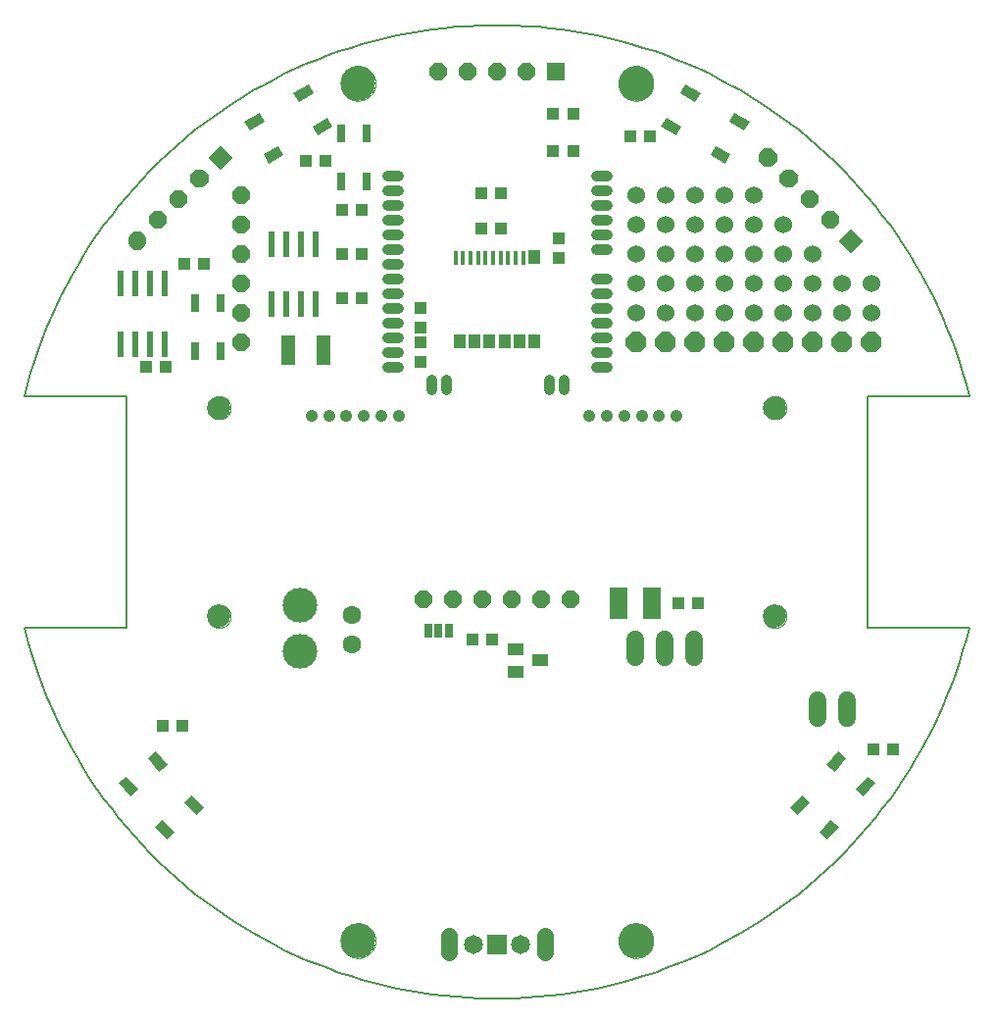
<source format=gts>
G75*
%MOIN*%
%OFA0B0*%
%FSLAX25Y25*%
%IPPOS*%
%LPD*%
%AMOC8*
5,1,8,0,0,1.08239X$1,22.5*
%
%ADD10C,0.00600*%
%ADD11C,0.00000*%
%ADD12C,0.07874*%
%ADD13C,0.11811*%
%ADD14R,0.04331X0.03937*%
%ADD15R,0.03937X0.04331*%
%ADD16C,0.06300*%
%ADD17R,0.02559X0.05906*%
%ADD18OC8,0.06000*%
%ADD19R,0.02362X0.08661*%
%ADD20R,0.05906X0.03543*%
%ADD21C,0.04134*%
%ADD22R,0.02500X0.05000*%
%ADD23R,0.06500X0.06500*%
%ADD24C,0.06500*%
%ADD25C,0.05500*%
%ADD26OC8,0.07000*%
%ADD27R,0.05000X0.10000*%
%ADD28C,0.06000*%
%ADD29R,0.06000X0.06000*%
%ADD30C,0.01200*%
%ADD31R,0.06000X0.06000*%
%ADD32R,0.04000X0.05000*%
%ADD33R,0.01575X0.04921*%
%ADD34R,0.06299X0.10630*%
%ADD35R,0.05512X0.03937*%
%ADD36C,0.03562*%
%ADD37C,0.06000*%
D10*
X0023150Y0144410D02*
X0057796Y0144410D01*
X0057796Y0223150D01*
X0023150Y0223150D01*
X0023150Y0223151D02*
X0024158Y0227061D01*
X0025260Y0230946D01*
X0026458Y0234802D01*
X0027749Y0238628D01*
X0029133Y0242421D01*
X0030609Y0246180D01*
X0032177Y0249901D01*
X0033835Y0253583D01*
X0035582Y0257223D01*
X0037418Y0260820D01*
X0039341Y0264370D01*
X0041350Y0267873D01*
X0043445Y0271326D01*
X0045622Y0274726D01*
X0047882Y0278072D01*
X0050224Y0281362D01*
X0052644Y0284594D01*
X0055143Y0287766D01*
X0057719Y0290876D01*
X0060370Y0293922D01*
X0063094Y0296902D01*
X0065891Y0299815D01*
X0068758Y0302659D01*
X0071693Y0305432D01*
X0074695Y0308132D01*
X0077762Y0310759D01*
X0080892Y0313309D01*
X0084084Y0315783D01*
X0087335Y0318178D01*
X0090644Y0320493D01*
X0094008Y0322726D01*
X0097426Y0324876D01*
X0100895Y0326943D01*
X0104414Y0328924D01*
X0107979Y0330818D01*
X0111591Y0332625D01*
X0115245Y0334344D01*
X0118940Y0335972D01*
X0122673Y0337510D01*
X0126444Y0338956D01*
X0130248Y0340310D01*
X0134084Y0341570D01*
X0137950Y0342737D01*
X0141843Y0343808D01*
X0145761Y0344784D01*
X0149702Y0345665D01*
X0153663Y0346448D01*
X0157643Y0347135D01*
X0161637Y0347725D01*
X0165645Y0348217D01*
X0169664Y0348610D01*
X0173691Y0348906D01*
X0177724Y0349103D01*
X0181761Y0349202D01*
X0185799Y0349202D01*
X0189836Y0349103D01*
X0193869Y0348906D01*
X0197896Y0348610D01*
X0201915Y0348217D01*
X0205923Y0347725D01*
X0209917Y0347135D01*
X0213897Y0346448D01*
X0217858Y0345665D01*
X0221799Y0344784D01*
X0225717Y0343808D01*
X0229610Y0342737D01*
X0233476Y0341570D01*
X0237312Y0340310D01*
X0241116Y0338956D01*
X0244887Y0337510D01*
X0248620Y0335972D01*
X0252315Y0334344D01*
X0255969Y0332625D01*
X0259581Y0330818D01*
X0263146Y0328924D01*
X0266665Y0326943D01*
X0270134Y0324876D01*
X0273552Y0322726D01*
X0276916Y0320493D01*
X0280225Y0318178D01*
X0283476Y0315783D01*
X0286668Y0313309D01*
X0289798Y0310759D01*
X0292865Y0308132D01*
X0295867Y0305432D01*
X0298802Y0302659D01*
X0301669Y0299815D01*
X0304466Y0296902D01*
X0307190Y0293922D01*
X0309841Y0290876D01*
X0312417Y0287766D01*
X0314916Y0284594D01*
X0317336Y0281362D01*
X0319678Y0278072D01*
X0321938Y0274726D01*
X0324115Y0271326D01*
X0326210Y0267873D01*
X0328219Y0264370D01*
X0330142Y0260820D01*
X0331978Y0257223D01*
X0333725Y0253583D01*
X0335383Y0249901D01*
X0336951Y0246180D01*
X0338427Y0242421D01*
X0339811Y0238628D01*
X0341102Y0234802D01*
X0342300Y0230946D01*
X0343402Y0227061D01*
X0344410Y0223151D01*
X0344410Y0223150D02*
X0309765Y0223150D01*
X0309765Y0144410D01*
X0344410Y0144410D01*
X0343402Y0140500D01*
X0342300Y0136615D01*
X0341102Y0132759D01*
X0339811Y0128933D01*
X0338427Y0125140D01*
X0336951Y0121381D01*
X0335383Y0117660D01*
X0333725Y0113978D01*
X0331978Y0110338D01*
X0330142Y0106741D01*
X0328219Y0103191D01*
X0326210Y0099688D01*
X0324115Y0096235D01*
X0321938Y0092835D01*
X0319678Y0089489D01*
X0317336Y0086199D01*
X0314916Y0082967D01*
X0312417Y0079795D01*
X0309841Y0076685D01*
X0307190Y0073639D01*
X0304466Y0070659D01*
X0301669Y0067746D01*
X0298802Y0064902D01*
X0295867Y0062129D01*
X0292865Y0059429D01*
X0289798Y0056802D01*
X0286668Y0054252D01*
X0283476Y0051778D01*
X0280225Y0049383D01*
X0276916Y0047068D01*
X0273552Y0044835D01*
X0270134Y0042685D01*
X0266665Y0040618D01*
X0263146Y0038637D01*
X0259581Y0036743D01*
X0255969Y0034936D01*
X0252315Y0033217D01*
X0248620Y0031589D01*
X0244887Y0030051D01*
X0241116Y0028605D01*
X0237312Y0027251D01*
X0233476Y0025991D01*
X0229610Y0024824D01*
X0225717Y0023753D01*
X0221799Y0022777D01*
X0217858Y0021896D01*
X0213897Y0021113D01*
X0209917Y0020426D01*
X0205923Y0019836D01*
X0201915Y0019344D01*
X0197896Y0018951D01*
X0193869Y0018655D01*
X0189836Y0018458D01*
X0185799Y0018359D01*
X0181761Y0018359D01*
X0177724Y0018458D01*
X0173691Y0018655D01*
X0169664Y0018951D01*
X0165645Y0019344D01*
X0161637Y0019836D01*
X0157643Y0020426D01*
X0153663Y0021113D01*
X0149702Y0021896D01*
X0145761Y0022777D01*
X0141843Y0023753D01*
X0137950Y0024824D01*
X0134084Y0025991D01*
X0130248Y0027251D01*
X0126444Y0028605D01*
X0122673Y0030051D01*
X0118940Y0031589D01*
X0115245Y0033217D01*
X0111591Y0034936D01*
X0107979Y0036743D01*
X0104414Y0038637D01*
X0100895Y0040618D01*
X0097426Y0042685D01*
X0094008Y0044835D01*
X0090644Y0047068D01*
X0087335Y0049383D01*
X0084084Y0051778D01*
X0080892Y0054252D01*
X0077762Y0056802D01*
X0074695Y0059429D01*
X0071693Y0062129D01*
X0068758Y0064902D01*
X0065891Y0067746D01*
X0063094Y0070659D01*
X0060370Y0073639D01*
X0057719Y0076685D01*
X0055143Y0079795D01*
X0052644Y0082967D01*
X0050224Y0086199D01*
X0047882Y0089489D01*
X0045622Y0092835D01*
X0043445Y0096235D01*
X0041350Y0099688D01*
X0039341Y0103191D01*
X0037418Y0106741D01*
X0035582Y0110338D01*
X0033835Y0113978D01*
X0032177Y0117660D01*
X0030609Y0121381D01*
X0029133Y0125140D01*
X0027749Y0128933D01*
X0026458Y0132759D01*
X0025260Y0136615D01*
X0024158Y0140500D01*
X0023150Y0144410D01*
D11*
X0085355Y0148347D02*
X0085357Y0148472D01*
X0085363Y0148597D01*
X0085373Y0148721D01*
X0085387Y0148845D01*
X0085404Y0148969D01*
X0085426Y0149092D01*
X0085452Y0149214D01*
X0085481Y0149336D01*
X0085514Y0149456D01*
X0085552Y0149575D01*
X0085592Y0149694D01*
X0085637Y0149810D01*
X0085685Y0149925D01*
X0085737Y0150039D01*
X0085793Y0150151D01*
X0085852Y0150261D01*
X0085914Y0150369D01*
X0085980Y0150476D01*
X0086049Y0150580D01*
X0086122Y0150681D01*
X0086197Y0150781D01*
X0086276Y0150878D01*
X0086358Y0150972D01*
X0086443Y0151064D01*
X0086530Y0151153D01*
X0086621Y0151239D01*
X0086714Y0151322D01*
X0086810Y0151403D01*
X0086908Y0151480D01*
X0087008Y0151554D01*
X0087111Y0151625D01*
X0087216Y0151692D01*
X0087324Y0151757D01*
X0087433Y0151817D01*
X0087544Y0151875D01*
X0087657Y0151928D01*
X0087771Y0151978D01*
X0087887Y0152025D01*
X0088004Y0152067D01*
X0088123Y0152106D01*
X0088243Y0152142D01*
X0088364Y0152173D01*
X0088486Y0152201D01*
X0088608Y0152224D01*
X0088732Y0152244D01*
X0088856Y0152260D01*
X0088980Y0152272D01*
X0089105Y0152280D01*
X0089230Y0152284D01*
X0089354Y0152284D01*
X0089479Y0152280D01*
X0089604Y0152272D01*
X0089728Y0152260D01*
X0089852Y0152244D01*
X0089976Y0152224D01*
X0090098Y0152201D01*
X0090220Y0152173D01*
X0090341Y0152142D01*
X0090461Y0152106D01*
X0090580Y0152067D01*
X0090697Y0152025D01*
X0090813Y0151978D01*
X0090927Y0151928D01*
X0091040Y0151875D01*
X0091151Y0151817D01*
X0091261Y0151757D01*
X0091368Y0151692D01*
X0091473Y0151625D01*
X0091576Y0151554D01*
X0091676Y0151480D01*
X0091774Y0151403D01*
X0091870Y0151322D01*
X0091963Y0151239D01*
X0092054Y0151153D01*
X0092141Y0151064D01*
X0092226Y0150972D01*
X0092308Y0150878D01*
X0092387Y0150781D01*
X0092462Y0150681D01*
X0092535Y0150580D01*
X0092604Y0150476D01*
X0092670Y0150369D01*
X0092732Y0150261D01*
X0092791Y0150151D01*
X0092847Y0150039D01*
X0092899Y0149925D01*
X0092947Y0149810D01*
X0092992Y0149694D01*
X0093032Y0149575D01*
X0093070Y0149456D01*
X0093103Y0149336D01*
X0093132Y0149214D01*
X0093158Y0149092D01*
X0093180Y0148969D01*
X0093197Y0148845D01*
X0093211Y0148721D01*
X0093221Y0148597D01*
X0093227Y0148472D01*
X0093229Y0148347D01*
X0093227Y0148222D01*
X0093221Y0148097D01*
X0093211Y0147973D01*
X0093197Y0147849D01*
X0093180Y0147725D01*
X0093158Y0147602D01*
X0093132Y0147480D01*
X0093103Y0147358D01*
X0093070Y0147238D01*
X0093032Y0147119D01*
X0092992Y0147000D01*
X0092947Y0146884D01*
X0092899Y0146769D01*
X0092847Y0146655D01*
X0092791Y0146543D01*
X0092732Y0146433D01*
X0092670Y0146325D01*
X0092604Y0146218D01*
X0092535Y0146114D01*
X0092462Y0146013D01*
X0092387Y0145913D01*
X0092308Y0145816D01*
X0092226Y0145722D01*
X0092141Y0145630D01*
X0092054Y0145541D01*
X0091963Y0145455D01*
X0091870Y0145372D01*
X0091774Y0145291D01*
X0091676Y0145214D01*
X0091576Y0145140D01*
X0091473Y0145069D01*
X0091368Y0145002D01*
X0091260Y0144937D01*
X0091151Y0144877D01*
X0091040Y0144819D01*
X0090927Y0144766D01*
X0090813Y0144716D01*
X0090697Y0144669D01*
X0090580Y0144627D01*
X0090461Y0144588D01*
X0090341Y0144552D01*
X0090220Y0144521D01*
X0090098Y0144493D01*
X0089976Y0144470D01*
X0089852Y0144450D01*
X0089728Y0144434D01*
X0089604Y0144422D01*
X0089479Y0144414D01*
X0089354Y0144410D01*
X0089230Y0144410D01*
X0089105Y0144414D01*
X0088980Y0144422D01*
X0088856Y0144434D01*
X0088732Y0144450D01*
X0088608Y0144470D01*
X0088486Y0144493D01*
X0088364Y0144521D01*
X0088243Y0144552D01*
X0088123Y0144588D01*
X0088004Y0144627D01*
X0087887Y0144669D01*
X0087771Y0144716D01*
X0087657Y0144766D01*
X0087544Y0144819D01*
X0087433Y0144877D01*
X0087323Y0144937D01*
X0087216Y0145002D01*
X0087111Y0145069D01*
X0087008Y0145140D01*
X0086908Y0145214D01*
X0086810Y0145291D01*
X0086714Y0145372D01*
X0086621Y0145455D01*
X0086530Y0145541D01*
X0086443Y0145630D01*
X0086358Y0145722D01*
X0086276Y0145816D01*
X0086197Y0145913D01*
X0086122Y0146013D01*
X0086049Y0146114D01*
X0085980Y0146218D01*
X0085914Y0146325D01*
X0085852Y0146433D01*
X0085793Y0146543D01*
X0085737Y0146655D01*
X0085685Y0146769D01*
X0085637Y0146884D01*
X0085592Y0147000D01*
X0085552Y0147119D01*
X0085514Y0147238D01*
X0085481Y0147358D01*
X0085452Y0147480D01*
X0085426Y0147602D01*
X0085404Y0147725D01*
X0085387Y0147849D01*
X0085373Y0147973D01*
X0085363Y0148097D01*
X0085357Y0148222D01*
X0085355Y0148347D01*
X0085355Y0219213D02*
X0085357Y0219338D01*
X0085363Y0219463D01*
X0085373Y0219587D01*
X0085387Y0219711D01*
X0085404Y0219835D01*
X0085426Y0219958D01*
X0085452Y0220080D01*
X0085481Y0220202D01*
X0085514Y0220322D01*
X0085552Y0220441D01*
X0085592Y0220560D01*
X0085637Y0220676D01*
X0085685Y0220791D01*
X0085737Y0220905D01*
X0085793Y0221017D01*
X0085852Y0221127D01*
X0085914Y0221235D01*
X0085980Y0221342D01*
X0086049Y0221446D01*
X0086122Y0221547D01*
X0086197Y0221647D01*
X0086276Y0221744D01*
X0086358Y0221838D01*
X0086443Y0221930D01*
X0086530Y0222019D01*
X0086621Y0222105D01*
X0086714Y0222188D01*
X0086810Y0222269D01*
X0086908Y0222346D01*
X0087008Y0222420D01*
X0087111Y0222491D01*
X0087216Y0222558D01*
X0087324Y0222623D01*
X0087433Y0222683D01*
X0087544Y0222741D01*
X0087657Y0222794D01*
X0087771Y0222844D01*
X0087887Y0222891D01*
X0088004Y0222933D01*
X0088123Y0222972D01*
X0088243Y0223008D01*
X0088364Y0223039D01*
X0088486Y0223067D01*
X0088608Y0223090D01*
X0088732Y0223110D01*
X0088856Y0223126D01*
X0088980Y0223138D01*
X0089105Y0223146D01*
X0089230Y0223150D01*
X0089354Y0223150D01*
X0089479Y0223146D01*
X0089604Y0223138D01*
X0089728Y0223126D01*
X0089852Y0223110D01*
X0089976Y0223090D01*
X0090098Y0223067D01*
X0090220Y0223039D01*
X0090341Y0223008D01*
X0090461Y0222972D01*
X0090580Y0222933D01*
X0090697Y0222891D01*
X0090813Y0222844D01*
X0090927Y0222794D01*
X0091040Y0222741D01*
X0091151Y0222683D01*
X0091261Y0222623D01*
X0091368Y0222558D01*
X0091473Y0222491D01*
X0091576Y0222420D01*
X0091676Y0222346D01*
X0091774Y0222269D01*
X0091870Y0222188D01*
X0091963Y0222105D01*
X0092054Y0222019D01*
X0092141Y0221930D01*
X0092226Y0221838D01*
X0092308Y0221744D01*
X0092387Y0221647D01*
X0092462Y0221547D01*
X0092535Y0221446D01*
X0092604Y0221342D01*
X0092670Y0221235D01*
X0092732Y0221127D01*
X0092791Y0221017D01*
X0092847Y0220905D01*
X0092899Y0220791D01*
X0092947Y0220676D01*
X0092992Y0220560D01*
X0093032Y0220441D01*
X0093070Y0220322D01*
X0093103Y0220202D01*
X0093132Y0220080D01*
X0093158Y0219958D01*
X0093180Y0219835D01*
X0093197Y0219711D01*
X0093211Y0219587D01*
X0093221Y0219463D01*
X0093227Y0219338D01*
X0093229Y0219213D01*
X0093227Y0219088D01*
X0093221Y0218963D01*
X0093211Y0218839D01*
X0093197Y0218715D01*
X0093180Y0218591D01*
X0093158Y0218468D01*
X0093132Y0218346D01*
X0093103Y0218224D01*
X0093070Y0218104D01*
X0093032Y0217985D01*
X0092992Y0217866D01*
X0092947Y0217750D01*
X0092899Y0217635D01*
X0092847Y0217521D01*
X0092791Y0217409D01*
X0092732Y0217299D01*
X0092670Y0217191D01*
X0092604Y0217084D01*
X0092535Y0216980D01*
X0092462Y0216879D01*
X0092387Y0216779D01*
X0092308Y0216682D01*
X0092226Y0216588D01*
X0092141Y0216496D01*
X0092054Y0216407D01*
X0091963Y0216321D01*
X0091870Y0216238D01*
X0091774Y0216157D01*
X0091676Y0216080D01*
X0091576Y0216006D01*
X0091473Y0215935D01*
X0091368Y0215868D01*
X0091260Y0215803D01*
X0091151Y0215743D01*
X0091040Y0215685D01*
X0090927Y0215632D01*
X0090813Y0215582D01*
X0090697Y0215535D01*
X0090580Y0215493D01*
X0090461Y0215454D01*
X0090341Y0215418D01*
X0090220Y0215387D01*
X0090098Y0215359D01*
X0089976Y0215336D01*
X0089852Y0215316D01*
X0089728Y0215300D01*
X0089604Y0215288D01*
X0089479Y0215280D01*
X0089354Y0215276D01*
X0089230Y0215276D01*
X0089105Y0215280D01*
X0088980Y0215288D01*
X0088856Y0215300D01*
X0088732Y0215316D01*
X0088608Y0215336D01*
X0088486Y0215359D01*
X0088364Y0215387D01*
X0088243Y0215418D01*
X0088123Y0215454D01*
X0088004Y0215493D01*
X0087887Y0215535D01*
X0087771Y0215582D01*
X0087657Y0215632D01*
X0087544Y0215685D01*
X0087433Y0215743D01*
X0087323Y0215803D01*
X0087216Y0215868D01*
X0087111Y0215935D01*
X0087008Y0216006D01*
X0086908Y0216080D01*
X0086810Y0216157D01*
X0086714Y0216238D01*
X0086621Y0216321D01*
X0086530Y0216407D01*
X0086443Y0216496D01*
X0086358Y0216588D01*
X0086276Y0216682D01*
X0086197Y0216779D01*
X0086122Y0216879D01*
X0086049Y0216980D01*
X0085980Y0217084D01*
X0085914Y0217191D01*
X0085852Y0217299D01*
X0085793Y0217409D01*
X0085737Y0217521D01*
X0085685Y0217635D01*
X0085637Y0217750D01*
X0085592Y0217866D01*
X0085552Y0217985D01*
X0085514Y0218104D01*
X0085481Y0218224D01*
X0085452Y0218346D01*
X0085426Y0218468D01*
X0085404Y0218591D01*
X0085387Y0218715D01*
X0085373Y0218839D01*
X0085363Y0218963D01*
X0085357Y0219088D01*
X0085355Y0219213D01*
X0130630Y0329450D02*
X0130632Y0329603D01*
X0130638Y0329757D01*
X0130648Y0329910D01*
X0130662Y0330062D01*
X0130680Y0330215D01*
X0130702Y0330366D01*
X0130727Y0330517D01*
X0130757Y0330668D01*
X0130791Y0330818D01*
X0130828Y0330966D01*
X0130869Y0331114D01*
X0130914Y0331260D01*
X0130963Y0331406D01*
X0131016Y0331550D01*
X0131072Y0331692D01*
X0131132Y0331833D01*
X0131196Y0331973D01*
X0131263Y0332111D01*
X0131334Y0332247D01*
X0131409Y0332381D01*
X0131486Y0332513D01*
X0131568Y0332643D01*
X0131652Y0332771D01*
X0131740Y0332897D01*
X0131831Y0333020D01*
X0131925Y0333141D01*
X0132023Y0333259D01*
X0132123Y0333375D01*
X0132227Y0333488D01*
X0132333Y0333599D01*
X0132442Y0333707D01*
X0132554Y0333812D01*
X0132668Y0333913D01*
X0132786Y0334012D01*
X0132905Y0334108D01*
X0133027Y0334201D01*
X0133152Y0334290D01*
X0133279Y0334377D01*
X0133408Y0334459D01*
X0133539Y0334539D01*
X0133672Y0334615D01*
X0133807Y0334688D01*
X0133944Y0334757D01*
X0134083Y0334822D01*
X0134223Y0334884D01*
X0134365Y0334942D01*
X0134508Y0334997D01*
X0134653Y0335048D01*
X0134799Y0335095D01*
X0134946Y0335138D01*
X0135094Y0335177D01*
X0135243Y0335213D01*
X0135393Y0335244D01*
X0135544Y0335272D01*
X0135695Y0335296D01*
X0135848Y0335316D01*
X0136000Y0335332D01*
X0136153Y0335344D01*
X0136306Y0335352D01*
X0136459Y0335356D01*
X0136613Y0335356D01*
X0136766Y0335352D01*
X0136919Y0335344D01*
X0137072Y0335332D01*
X0137224Y0335316D01*
X0137377Y0335296D01*
X0137528Y0335272D01*
X0137679Y0335244D01*
X0137829Y0335213D01*
X0137978Y0335177D01*
X0138126Y0335138D01*
X0138273Y0335095D01*
X0138419Y0335048D01*
X0138564Y0334997D01*
X0138707Y0334942D01*
X0138849Y0334884D01*
X0138989Y0334822D01*
X0139128Y0334757D01*
X0139265Y0334688D01*
X0139400Y0334615D01*
X0139533Y0334539D01*
X0139664Y0334459D01*
X0139793Y0334377D01*
X0139920Y0334290D01*
X0140045Y0334201D01*
X0140167Y0334108D01*
X0140286Y0334012D01*
X0140404Y0333913D01*
X0140518Y0333812D01*
X0140630Y0333707D01*
X0140739Y0333599D01*
X0140845Y0333488D01*
X0140949Y0333375D01*
X0141049Y0333259D01*
X0141147Y0333141D01*
X0141241Y0333020D01*
X0141332Y0332897D01*
X0141420Y0332771D01*
X0141504Y0332643D01*
X0141586Y0332513D01*
X0141663Y0332381D01*
X0141738Y0332247D01*
X0141809Y0332111D01*
X0141876Y0331973D01*
X0141940Y0331833D01*
X0142000Y0331692D01*
X0142056Y0331550D01*
X0142109Y0331406D01*
X0142158Y0331260D01*
X0142203Y0331114D01*
X0142244Y0330966D01*
X0142281Y0330818D01*
X0142315Y0330668D01*
X0142345Y0330517D01*
X0142370Y0330366D01*
X0142392Y0330215D01*
X0142410Y0330062D01*
X0142424Y0329910D01*
X0142434Y0329757D01*
X0142440Y0329603D01*
X0142442Y0329450D01*
X0142440Y0329297D01*
X0142434Y0329143D01*
X0142424Y0328990D01*
X0142410Y0328838D01*
X0142392Y0328685D01*
X0142370Y0328534D01*
X0142345Y0328383D01*
X0142315Y0328232D01*
X0142281Y0328082D01*
X0142244Y0327934D01*
X0142203Y0327786D01*
X0142158Y0327640D01*
X0142109Y0327494D01*
X0142056Y0327350D01*
X0142000Y0327208D01*
X0141940Y0327067D01*
X0141876Y0326927D01*
X0141809Y0326789D01*
X0141738Y0326653D01*
X0141663Y0326519D01*
X0141586Y0326387D01*
X0141504Y0326257D01*
X0141420Y0326129D01*
X0141332Y0326003D01*
X0141241Y0325880D01*
X0141147Y0325759D01*
X0141049Y0325641D01*
X0140949Y0325525D01*
X0140845Y0325412D01*
X0140739Y0325301D01*
X0140630Y0325193D01*
X0140518Y0325088D01*
X0140404Y0324987D01*
X0140286Y0324888D01*
X0140167Y0324792D01*
X0140045Y0324699D01*
X0139920Y0324610D01*
X0139793Y0324523D01*
X0139664Y0324441D01*
X0139533Y0324361D01*
X0139400Y0324285D01*
X0139265Y0324212D01*
X0139128Y0324143D01*
X0138989Y0324078D01*
X0138849Y0324016D01*
X0138707Y0323958D01*
X0138564Y0323903D01*
X0138419Y0323852D01*
X0138273Y0323805D01*
X0138126Y0323762D01*
X0137978Y0323723D01*
X0137829Y0323687D01*
X0137679Y0323656D01*
X0137528Y0323628D01*
X0137377Y0323604D01*
X0137224Y0323584D01*
X0137072Y0323568D01*
X0136919Y0323556D01*
X0136766Y0323548D01*
X0136613Y0323544D01*
X0136459Y0323544D01*
X0136306Y0323548D01*
X0136153Y0323556D01*
X0136000Y0323568D01*
X0135848Y0323584D01*
X0135695Y0323604D01*
X0135544Y0323628D01*
X0135393Y0323656D01*
X0135243Y0323687D01*
X0135094Y0323723D01*
X0134946Y0323762D01*
X0134799Y0323805D01*
X0134653Y0323852D01*
X0134508Y0323903D01*
X0134365Y0323958D01*
X0134223Y0324016D01*
X0134083Y0324078D01*
X0133944Y0324143D01*
X0133807Y0324212D01*
X0133672Y0324285D01*
X0133539Y0324361D01*
X0133408Y0324441D01*
X0133279Y0324523D01*
X0133152Y0324610D01*
X0133027Y0324699D01*
X0132905Y0324792D01*
X0132786Y0324888D01*
X0132668Y0324987D01*
X0132554Y0325088D01*
X0132442Y0325193D01*
X0132333Y0325301D01*
X0132227Y0325412D01*
X0132123Y0325525D01*
X0132023Y0325641D01*
X0131925Y0325759D01*
X0131831Y0325880D01*
X0131740Y0326003D01*
X0131652Y0326129D01*
X0131568Y0326257D01*
X0131486Y0326387D01*
X0131409Y0326519D01*
X0131334Y0326653D01*
X0131263Y0326789D01*
X0131196Y0326927D01*
X0131132Y0327067D01*
X0131072Y0327208D01*
X0131016Y0327350D01*
X0130963Y0327494D01*
X0130914Y0327640D01*
X0130869Y0327786D01*
X0130828Y0327934D01*
X0130791Y0328082D01*
X0130757Y0328232D01*
X0130727Y0328383D01*
X0130702Y0328534D01*
X0130680Y0328685D01*
X0130662Y0328838D01*
X0130648Y0328990D01*
X0130638Y0329143D01*
X0130632Y0329297D01*
X0130630Y0329450D01*
X0225118Y0329450D02*
X0225120Y0329603D01*
X0225126Y0329757D01*
X0225136Y0329910D01*
X0225150Y0330062D01*
X0225168Y0330215D01*
X0225190Y0330366D01*
X0225215Y0330517D01*
X0225245Y0330668D01*
X0225279Y0330818D01*
X0225316Y0330966D01*
X0225357Y0331114D01*
X0225402Y0331260D01*
X0225451Y0331406D01*
X0225504Y0331550D01*
X0225560Y0331692D01*
X0225620Y0331833D01*
X0225684Y0331973D01*
X0225751Y0332111D01*
X0225822Y0332247D01*
X0225897Y0332381D01*
X0225974Y0332513D01*
X0226056Y0332643D01*
X0226140Y0332771D01*
X0226228Y0332897D01*
X0226319Y0333020D01*
X0226413Y0333141D01*
X0226511Y0333259D01*
X0226611Y0333375D01*
X0226715Y0333488D01*
X0226821Y0333599D01*
X0226930Y0333707D01*
X0227042Y0333812D01*
X0227156Y0333913D01*
X0227274Y0334012D01*
X0227393Y0334108D01*
X0227515Y0334201D01*
X0227640Y0334290D01*
X0227767Y0334377D01*
X0227896Y0334459D01*
X0228027Y0334539D01*
X0228160Y0334615D01*
X0228295Y0334688D01*
X0228432Y0334757D01*
X0228571Y0334822D01*
X0228711Y0334884D01*
X0228853Y0334942D01*
X0228996Y0334997D01*
X0229141Y0335048D01*
X0229287Y0335095D01*
X0229434Y0335138D01*
X0229582Y0335177D01*
X0229731Y0335213D01*
X0229881Y0335244D01*
X0230032Y0335272D01*
X0230183Y0335296D01*
X0230336Y0335316D01*
X0230488Y0335332D01*
X0230641Y0335344D01*
X0230794Y0335352D01*
X0230947Y0335356D01*
X0231101Y0335356D01*
X0231254Y0335352D01*
X0231407Y0335344D01*
X0231560Y0335332D01*
X0231712Y0335316D01*
X0231865Y0335296D01*
X0232016Y0335272D01*
X0232167Y0335244D01*
X0232317Y0335213D01*
X0232466Y0335177D01*
X0232614Y0335138D01*
X0232761Y0335095D01*
X0232907Y0335048D01*
X0233052Y0334997D01*
X0233195Y0334942D01*
X0233337Y0334884D01*
X0233477Y0334822D01*
X0233616Y0334757D01*
X0233753Y0334688D01*
X0233888Y0334615D01*
X0234021Y0334539D01*
X0234152Y0334459D01*
X0234281Y0334377D01*
X0234408Y0334290D01*
X0234533Y0334201D01*
X0234655Y0334108D01*
X0234774Y0334012D01*
X0234892Y0333913D01*
X0235006Y0333812D01*
X0235118Y0333707D01*
X0235227Y0333599D01*
X0235333Y0333488D01*
X0235437Y0333375D01*
X0235537Y0333259D01*
X0235635Y0333141D01*
X0235729Y0333020D01*
X0235820Y0332897D01*
X0235908Y0332771D01*
X0235992Y0332643D01*
X0236074Y0332513D01*
X0236151Y0332381D01*
X0236226Y0332247D01*
X0236297Y0332111D01*
X0236364Y0331973D01*
X0236428Y0331833D01*
X0236488Y0331692D01*
X0236544Y0331550D01*
X0236597Y0331406D01*
X0236646Y0331260D01*
X0236691Y0331114D01*
X0236732Y0330966D01*
X0236769Y0330818D01*
X0236803Y0330668D01*
X0236833Y0330517D01*
X0236858Y0330366D01*
X0236880Y0330215D01*
X0236898Y0330062D01*
X0236912Y0329910D01*
X0236922Y0329757D01*
X0236928Y0329603D01*
X0236930Y0329450D01*
X0236928Y0329297D01*
X0236922Y0329143D01*
X0236912Y0328990D01*
X0236898Y0328838D01*
X0236880Y0328685D01*
X0236858Y0328534D01*
X0236833Y0328383D01*
X0236803Y0328232D01*
X0236769Y0328082D01*
X0236732Y0327934D01*
X0236691Y0327786D01*
X0236646Y0327640D01*
X0236597Y0327494D01*
X0236544Y0327350D01*
X0236488Y0327208D01*
X0236428Y0327067D01*
X0236364Y0326927D01*
X0236297Y0326789D01*
X0236226Y0326653D01*
X0236151Y0326519D01*
X0236074Y0326387D01*
X0235992Y0326257D01*
X0235908Y0326129D01*
X0235820Y0326003D01*
X0235729Y0325880D01*
X0235635Y0325759D01*
X0235537Y0325641D01*
X0235437Y0325525D01*
X0235333Y0325412D01*
X0235227Y0325301D01*
X0235118Y0325193D01*
X0235006Y0325088D01*
X0234892Y0324987D01*
X0234774Y0324888D01*
X0234655Y0324792D01*
X0234533Y0324699D01*
X0234408Y0324610D01*
X0234281Y0324523D01*
X0234152Y0324441D01*
X0234021Y0324361D01*
X0233888Y0324285D01*
X0233753Y0324212D01*
X0233616Y0324143D01*
X0233477Y0324078D01*
X0233337Y0324016D01*
X0233195Y0323958D01*
X0233052Y0323903D01*
X0232907Y0323852D01*
X0232761Y0323805D01*
X0232614Y0323762D01*
X0232466Y0323723D01*
X0232317Y0323687D01*
X0232167Y0323656D01*
X0232016Y0323628D01*
X0231865Y0323604D01*
X0231712Y0323584D01*
X0231560Y0323568D01*
X0231407Y0323556D01*
X0231254Y0323548D01*
X0231101Y0323544D01*
X0230947Y0323544D01*
X0230794Y0323548D01*
X0230641Y0323556D01*
X0230488Y0323568D01*
X0230336Y0323584D01*
X0230183Y0323604D01*
X0230032Y0323628D01*
X0229881Y0323656D01*
X0229731Y0323687D01*
X0229582Y0323723D01*
X0229434Y0323762D01*
X0229287Y0323805D01*
X0229141Y0323852D01*
X0228996Y0323903D01*
X0228853Y0323958D01*
X0228711Y0324016D01*
X0228571Y0324078D01*
X0228432Y0324143D01*
X0228295Y0324212D01*
X0228160Y0324285D01*
X0228027Y0324361D01*
X0227896Y0324441D01*
X0227767Y0324523D01*
X0227640Y0324610D01*
X0227515Y0324699D01*
X0227393Y0324792D01*
X0227274Y0324888D01*
X0227156Y0324987D01*
X0227042Y0325088D01*
X0226930Y0325193D01*
X0226821Y0325301D01*
X0226715Y0325412D01*
X0226611Y0325525D01*
X0226511Y0325641D01*
X0226413Y0325759D01*
X0226319Y0325880D01*
X0226228Y0326003D01*
X0226140Y0326129D01*
X0226056Y0326257D01*
X0225974Y0326387D01*
X0225897Y0326519D01*
X0225822Y0326653D01*
X0225751Y0326789D01*
X0225684Y0326927D01*
X0225620Y0327067D01*
X0225560Y0327208D01*
X0225504Y0327350D01*
X0225451Y0327494D01*
X0225402Y0327640D01*
X0225357Y0327786D01*
X0225316Y0327934D01*
X0225279Y0328082D01*
X0225245Y0328232D01*
X0225215Y0328383D01*
X0225190Y0328534D01*
X0225168Y0328685D01*
X0225150Y0328838D01*
X0225136Y0328990D01*
X0225126Y0329143D01*
X0225120Y0329297D01*
X0225118Y0329450D01*
X0274332Y0219213D02*
X0274334Y0219338D01*
X0274340Y0219463D01*
X0274350Y0219587D01*
X0274364Y0219711D01*
X0274381Y0219835D01*
X0274403Y0219958D01*
X0274429Y0220080D01*
X0274458Y0220202D01*
X0274491Y0220322D01*
X0274529Y0220441D01*
X0274569Y0220560D01*
X0274614Y0220676D01*
X0274662Y0220791D01*
X0274714Y0220905D01*
X0274770Y0221017D01*
X0274829Y0221127D01*
X0274891Y0221235D01*
X0274957Y0221342D01*
X0275026Y0221446D01*
X0275099Y0221547D01*
X0275174Y0221647D01*
X0275253Y0221744D01*
X0275335Y0221838D01*
X0275420Y0221930D01*
X0275507Y0222019D01*
X0275598Y0222105D01*
X0275691Y0222188D01*
X0275787Y0222269D01*
X0275885Y0222346D01*
X0275985Y0222420D01*
X0276088Y0222491D01*
X0276193Y0222558D01*
X0276301Y0222623D01*
X0276410Y0222683D01*
X0276521Y0222741D01*
X0276634Y0222794D01*
X0276748Y0222844D01*
X0276864Y0222891D01*
X0276981Y0222933D01*
X0277100Y0222972D01*
X0277220Y0223008D01*
X0277341Y0223039D01*
X0277463Y0223067D01*
X0277585Y0223090D01*
X0277709Y0223110D01*
X0277833Y0223126D01*
X0277957Y0223138D01*
X0278082Y0223146D01*
X0278207Y0223150D01*
X0278331Y0223150D01*
X0278456Y0223146D01*
X0278581Y0223138D01*
X0278705Y0223126D01*
X0278829Y0223110D01*
X0278953Y0223090D01*
X0279075Y0223067D01*
X0279197Y0223039D01*
X0279318Y0223008D01*
X0279438Y0222972D01*
X0279557Y0222933D01*
X0279674Y0222891D01*
X0279790Y0222844D01*
X0279904Y0222794D01*
X0280017Y0222741D01*
X0280128Y0222683D01*
X0280238Y0222623D01*
X0280345Y0222558D01*
X0280450Y0222491D01*
X0280553Y0222420D01*
X0280653Y0222346D01*
X0280751Y0222269D01*
X0280847Y0222188D01*
X0280940Y0222105D01*
X0281031Y0222019D01*
X0281118Y0221930D01*
X0281203Y0221838D01*
X0281285Y0221744D01*
X0281364Y0221647D01*
X0281439Y0221547D01*
X0281512Y0221446D01*
X0281581Y0221342D01*
X0281647Y0221235D01*
X0281709Y0221127D01*
X0281768Y0221017D01*
X0281824Y0220905D01*
X0281876Y0220791D01*
X0281924Y0220676D01*
X0281969Y0220560D01*
X0282009Y0220441D01*
X0282047Y0220322D01*
X0282080Y0220202D01*
X0282109Y0220080D01*
X0282135Y0219958D01*
X0282157Y0219835D01*
X0282174Y0219711D01*
X0282188Y0219587D01*
X0282198Y0219463D01*
X0282204Y0219338D01*
X0282206Y0219213D01*
X0282204Y0219088D01*
X0282198Y0218963D01*
X0282188Y0218839D01*
X0282174Y0218715D01*
X0282157Y0218591D01*
X0282135Y0218468D01*
X0282109Y0218346D01*
X0282080Y0218224D01*
X0282047Y0218104D01*
X0282009Y0217985D01*
X0281969Y0217866D01*
X0281924Y0217750D01*
X0281876Y0217635D01*
X0281824Y0217521D01*
X0281768Y0217409D01*
X0281709Y0217299D01*
X0281647Y0217191D01*
X0281581Y0217084D01*
X0281512Y0216980D01*
X0281439Y0216879D01*
X0281364Y0216779D01*
X0281285Y0216682D01*
X0281203Y0216588D01*
X0281118Y0216496D01*
X0281031Y0216407D01*
X0280940Y0216321D01*
X0280847Y0216238D01*
X0280751Y0216157D01*
X0280653Y0216080D01*
X0280553Y0216006D01*
X0280450Y0215935D01*
X0280345Y0215868D01*
X0280237Y0215803D01*
X0280128Y0215743D01*
X0280017Y0215685D01*
X0279904Y0215632D01*
X0279790Y0215582D01*
X0279674Y0215535D01*
X0279557Y0215493D01*
X0279438Y0215454D01*
X0279318Y0215418D01*
X0279197Y0215387D01*
X0279075Y0215359D01*
X0278953Y0215336D01*
X0278829Y0215316D01*
X0278705Y0215300D01*
X0278581Y0215288D01*
X0278456Y0215280D01*
X0278331Y0215276D01*
X0278207Y0215276D01*
X0278082Y0215280D01*
X0277957Y0215288D01*
X0277833Y0215300D01*
X0277709Y0215316D01*
X0277585Y0215336D01*
X0277463Y0215359D01*
X0277341Y0215387D01*
X0277220Y0215418D01*
X0277100Y0215454D01*
X0276981Y0215493D01*
X0276864Y0215535D01*
X0276748Y0215582D01*
X0276634Y0215632D01*
X0276521Y0215685D01*
X0276410Y0215743D01*
X0276300Y0215803D01*
X0276193Y0215868D01*
X0276088Y0215935D01*
X0275985Y0216006D01*
X0275885Y0216080D01*
X0275787Y0216157D01*
X0275691Y0216238D01*
X0275598Y0216321D01*
X0275507Y0216407D01*
X0275420Y0216496D01*
X0275335Y0216588D01*
X0275253Y0216682D01*
X0275174Y0216779D01*
X0275099Y0216879D01*
X0275026Y0216980D01*
X0274957Y0217084D01*
X0274891Y0217191D01*
X0274829Y0217299D01*
X0274770Y0217409D01*
X0274714Y0217521D01*
X0274662Y0217635D01*
X0274614Y0217750D01*
X0274569Y0217866D01*
X0274529Y0217985D01*
X0274491Y0218104D01*
X0274458Y0218224D01*
X0274429Y0218346D01*
X0274403Y0218468D01*
X0274381Y0218591D01*
X0274364Y0218715D01*
X0274350Y0218839D01*
X0274340Y0218963D01*
X0274334Y0219088D01*
X0274332Y0219213D01*
X0274332Y0148347D02*
X0274334Y0148472D01*
X0274340Y0148597D01*
X0274350Y0148721D01*
X0274364Y0148845D01*
X0274381Y0148969D01*
X0274403Y0149092D01*
X0274429Y0149214D01*
X0274458Y0149336D01*
X0274491Y0149456D01*
X0274529Y0149575D01*
X0274569Y0149694D01*
X0274614Y0149810D01*
X0274662Y0149925D01*
X0274714Y0150039D01*
X0274770Y0150151D01*
X0274829Y0150261D01*
X0274891Y0150369D01*
X0274957Y0150476D01*
X0275026Y0150580D01*
X0275099Y0150681D01*
X0275174Y0150781D01*
X0275253Y0150878D01*
X0275335Y0150972D01*
X0275420Y0151064D01*
X0275507Y0151153D01*
X0275598Y0151239D01*
X0275691Y0151322D01*
X0275787Y0151403D01*
X0275885Y0151480D01*
X0275985Y0151554D01*
X0276088Y0151625D01*
X0276193Y0151692D01*
X0276301Y0151757D01*
X0276410Y0151817D01*
X0276521Y0151875D01*
X0276634Y0151928D01*
X0276748Y0151978D01*
X0276864Y0152025D01*
X0276981Y0152067D01*
X0277100Y0152106D01*
X0277220Y0152142D01*
X0277341Y0152173D01*
X0277463Y0152201D01*
X0277585Y0152224D01*
X0277709Y0152244D01*
X0277833Y0152260D01*
X0277957Y0152272D01*
X0278082Y0152280D01*
X0278207Y0152284D01*
X0278331Y0152284D01*
X0278456Y0152280D01*
X0278581Y0152272D01*
X0278705Y0152260D01*
X0278829Y0152244D01*
X0278953Y0152224D01*
X0279075Y0152201D01*
X0279197Y0152173D01*
X0279318Y0152142D01*
X0279438Y0152106D01*
X0279557Y0152067D01*
X0279674Y0152025D01*
X0279790Y0151978D01*
X0279904Y0151928D01*
X0280017Y0151875D01*
X0280128Y0151817D01*
X0280238Y0151757D01*
X0280345Y0151692D01*
X0280450Y0151625D01*
X0280553Y0151554D01*
X0280653Y0151480D01*
X0280751Y0151403D01*
X0280847Y0151322D01*
X0280940Y0151239D01*
X0281031Y0151153D01*
X0281118Y0151064D01*
X0281203Y0150972D01*
X0281285Y0150878D01*
X0281364Y0150781D01*
X0281439Y0150681D01*
X0281512Y0150580D01*
X0281581Y0150476D01*
X0281647Y0150369D01*
X0281709Y0150261D01*
X0281768Y0150151D01*
X0281824Y0150039D01*
X0281876Y0149925D01*
X0281924Y0149810D01*
X0281969Y0149694D01*
X0282009Y0149575D01*
X0282047Y0149456D01*
X0282080Y0149336D01*
X0282109Y0149214D01*
X0282135Y0149092D01*
X0282157Y0148969D01*
X0282174Y0148845D01*
X0282188Y0148721D01*
X0282198Y0148597D01*
X0282204Y0148472D01*
X0282206Y0148347D01*
X0282204Y0148222D01*
X0282198Y0148097D01*
X0282188Y0147973D01*
X0282174Y0147849D01*
X0282157Y0147725D01*
X0282135Y0147602D01*
X0282109Y0147480D01*
X0282080Y0147358D01*
X0282047Y0147238D01*
X0282009Y0147119D01*
X0281969Y0147000D01*
X0281924Y0146884D01*
X0281876Y0146769D01*
X0281824Y0146655D01*
X0281768Y0146543D01*
X0281709Y0146433D01*
X0281647Y0146325D01*
X0281581Y0146218D01*
X0281512Y0146114D01*
X0281439Y0146013D01*
X0281364Y0145913D01*
X0281285Y0145816D01*
X0281203Y0145722D01*
X0281118Y0145630D01*
X0281031Y0145541D01*
X0280940Y0145455D01*
X0280847Y0145372D01*
X0280751Y0145291D01*
X0280653Y0145214D01*
X0280553Y0145140D01*
X0280450Y0145069D01*
X0280345Y0145002D01*
X0280237Y0144937D01*
X0280128Y0144877D01*
X0280017Y0144819D01*
X0279904Y0144766D01*
X0279790Y0144716D01*
X0279674Y0144669D01*
X0279557Y0144627D01*
X0279438Y0144588D01*
X0279318Y0144552D01*
X0279197Y0144521D01*
X0279075Y0144493D01*
X0278953Y0144470D01*
X0278829Y0144450D01*
X0278705Y0144434D01*
X0278581Y0144422D01*
X0278456Y0144414D01*
X0278331Y0144410D01*
X0278207Y0144410D01*
X0278082Y0144414D01*
X0277957Y0144422D01*
X0277833Y0144434D01*
X0277709Y0144450D01*
X0277585Y0144470D01*
X0277463Y0144493D01*
X0277341Y0144521D01*
X0277220Y0144552D01*
X0277100Y0144588D01*
X0276981Y0144627D01*
X0276864Y0144669D01*
X0276748Y0144716D01*
X0276634Y0144766D01*
X0276521Y0144819D01*
X0276410Y0144877D01*
X0276300Y0144937D01*
X0276193Y0145002D01*
X0276088Y0145069D01*
X0275985Y0145140D01*
X0275885Y0145214D01*
X0275787Y0145291D01*
X0275691Y0145372D01*
X0275598Y0145455D01*
X0275507Y0145541D01*
X0275420Y0145630D01*
X0275335Y0145722D01*
X0275253Y0145816D01*
X0275174Y0145913D01*
X0275099Y0146013D01*
X0275026Y0146114D01*
X0274957Y0146218D01*
X0274891Y0146325D01*
X0274829Y0146433D01*
X0274770Y0146543D01*
X0274714Y0146655D01*
X0274662Y0146769D01*
X0274614Y0146884D01*
X0274569Y0147000D01*
X0274529Y0147119D01*
X0274491Y0147238D01*
X0274458Y0147358D01*
X0274429Y0147480D01*
X0274403Y0147602D01*
X0274381Y0147725D01*
X0274364Y0147849D01*
X0274350Y0147973D01*
X0274340Y0148097D01*
X0274334Y0148222D01*
X0274332Y0148347D01*
X0225118Y0038111D02*
X0225120Y0038264D01*
X0225126Y0038418D01*
X0225136Y0038571D01*
X0225150Y0038723D01*
X0225168Y0038876D01*
X0225190Y0039027D01*
X0225215Y0039178D01*
X0225245Y0039329D01*
X0225279Y0039479D01*
X0225316Y0039627D01*
X0225357Y0039775D01*
X0225402Y0039921D01*
X0225451Y0040067D01*
X0225504Y0040211D01*
X0225560Y0040353D01*
X0225620Y0040494D01*
X0225684Y0040634D01*
X0225751Y0040772D01*
X0225822Y0040908D01*
X0225897Y0041042D01*
X0225974Y0041174D01*
X0226056Y0041304D01*
X0226140Y0041432D01*
X0226228Y0041558D01*
X0226319Y0041681D01*
X0226413Y0041802D01*
X0226511Y0041920D01*
X0226611Y0042036D01*
X0226715Y0042149D01*
X0226821Y0042260D01*
X0226930Y0042368D01*
X0227042Y0042473D01*
X0227156Y0042574D01*
X0227274Y0042673D01*
X0227393Y0042769D01*
X0227515Y0042862D01*
X0227640Y0042951D01*
X0227767Y0043038D01*
X0227896Y0043120D01*
X0228027Y0043200D01*
X0228160Y0043276D01*
X0228295Y0043349D01*
X0228432Y0043418D01*
X0228571Y0043483D01*
X0228711Y0043545D01*
X0228853Y0043603D01*
X0228996Y0043658D01*
X0229141Y0043709D01*
X0229287Y0043756D01*
X0229434Y0043799D01*
X0229582Y0043838D01*
X0229731Y0043874D01*
X0229881Y0043905D01*
X0230032Y0043933D01*
X0230183Y0043957D01*
X0230336Y0043977D01*
X0230488Y0043993D01*
X0230641Y0044005D01*
X0230794Y0044013D01*
X0230947Y0044017D01*
X0231101Y0044017D01*
X0231254Y0044013D01*
X0231407Y0044005D01*
X0231560Y0043993D01*
X0231712Y0043977D01*
X0231865Y0043957D01*
X0232016Y0043933D01*
X0232167Y0043905D01*
X0232317Y0043874D01*
X0232466Y0043838D01*
X0232614Y0043799D01*
X0232761Y0043756D01*
X0232907Y0043709D01*
X0233052Y0043658D01*
X0233195Y0043603D01*
X0233337Y0043545D01*
X0233477Y0043483D01*
X0233616Y0043418D01*
X0233753Y0043349D01*
X0233888Y0043276D01*
X0234021Y0043200D01*
X0234152Y0043120D01*
X0234281Y0043038D01*
X0234408Y0042951D01*
X0234533Y0042862D01*
X0234655Y0042769D01*
X0234774Y0042673D01*
X0234892Y0042574D01*
X0235006Y0042473D01*
X0235118Y0042368D01*
X0235227Y0042260D01*
X0235333Y0042149D01*
X0235437Y0042036D01*
X0235537Y0041920D01*
X0235635Y0041802D01*
X0235729Y0041681D01*
X0235820Y0041558D01*
X0235908Y0041432D01*
X0235992Y0041304D01*
X0236074Y0041174D01*
X0236151Y0041042D01*
X0236226Y0040908D01*
X0236297Y0040772D01*
X0236364Y0040634D01*
X0236428Y0040494D01*
X0236488Y0040353D01*
X0236544Y0040211D01*
X0236597Y0040067D01*
X0236646Y0039921D01*
X0236691Y0039775D01*
X0236732Y0039627D01*
X0236769Y0039479D01*
X0236803Y0039329D01*
X0236833Y0039178D01*
X0236858Y0039027D01*
X0236880Y0038876D01*
X0236898Y0038723D01*
X0236912Y0038571D01*
X0236922Y0038418D01*
X0236928Y0038264D01*
X0236930Y0038111D01*
X0236928Y0037958D01*
X0236922Y0037804D01*
X0236912Y0037651D01*
X0236898Y0037499D01*
X0236880Y0037346D01*
X0236858Y0037195D01*
X0236833Y0037044D01*
X0236803Y0036893D01*
X0236769Y0036743D01*
X0236732Y0036595D01*
X0236691Y0036447D01*
X0236646Y0036301D01*
X0236597Y0036155D01*
X0236544Y0036011D01*
X0236488Y0035869D01*
X0236428Y0035728D01*
X0236364Y0035588D01*
X0236297Y0035450D01*
X0236226Y0035314D01*
X0236151Y0035180D01*
X0236074Y0035048D01*
X0235992Y0034918D01*
X0235908Y0034790D01*
X0235820Y0034664D01*
X0235729Y0034541D01*
X0235635Y0034420D01*
X0235537Y0034302D01*
X0235437Y0034186D01*
X0235333Y0034073D01*
X0235227Y0033962D01*
X0235118Y0033854D01*
X0235006Y0033749D01*
X0234892Y0033648D01*
X0234774Y0033549D01*
X0234655Y0033453D01*
X0234533Y0033360D01*
X0234408Y0033271D01*
X0234281Y0033184D01*
X0234152Y0033102D01*
X0234021Y0033022D01*
X0233888Y0032946D01*
X0233753Y0032873D01*
X0233616Y0032804D01*
X0233477Y0032739D01*
X0233337Y0032677D01*
X0233195Y0032619D01*
X0233052Y0032564D01*
X0232907Y0032513D01*
X0232761Y0032466D01*
X0232614Y0032423D01*
X0232466Y0032384D01*
X0232317Y0032348D01*
X0232167Y0032317D01*
X0232016Y0032289D01*
X0231865Y0032265D01*
X0231712Y0032245D01*
X0231560Y0032229D01*
X0231407Y0032217D01*
X0231254Y0032209D01*
X0231101Y0032205D01*
X0230947Y0032205D01*
X0230794Y0032209D01*
X0230641Y0032217D01*
X0230488Y0032229D01*
X0230336Y0032245D01*
X0230183Y0032265D01*
X0230032Y0032289D01*
X0229881Y0032317D01*
X0229731Y0032348D01*
X0229582Y0032384D01*
X0229434Y0032423D01*
X0229287Y0032466D01*
X0229141Y0032513D01*
X0228996Y0032564D01*
X0228853Y0032619D01*
X0228711Y0032677D01*
X0228571Y0032739D01*
X0228432Y0032804D01*
X0228295Y0032873D01*
X0228160Y0032946D01*
X0228027Y0033022D01*
X0227896Y0033102D01*
X0227767Y0033184D01*
X0227640Y0033271D01*
X0227515Y0033360D01*
X0227393Y0033453D01*
X0227274Y0033549D01*
X0227156Y0033648D01*
X0227042Y0033749D01*
X0226930Y0033854D01*
X0226821Y0033962D01*
X0226715Y0034073D01*
X0226611Y0034186D01*
X0226511Y0034302D01*
X0226413Y0034420D01*
X0226319Y0034541D01*
X0226228Y0034664D01*
X0226140Y0034790D01*
X0226056Y0034918D01*
X0225974Y0035048D01*
X0225897Y0035180D01*
X0225822Y0035314D01*
X0225751Y0035450D01*
X0225684Y0035588D01*
X0225620Y0035728D01*
X0225560Y0035869D01*
X0225504Y0036011D01*
X0225451Y0036155D01*
X0225402Y0036301D01*
X0225357Y0036447D01*
X0225316Y0036595D01*
X0225279Y0036743D01*
X0225245Y0036893D01*
X0225215Y0037044D01*
X0225190Y0037195D01*
X0225168Y0037346D01*
X0225150Y0037499D01*
X0225136Y0037651D01*
X0225126Y0037804D01*
X0225120Y0037958D01*
X0225118Y0038111D01*
X0130630Y0038111D02*
X0130632Y0038264D01*
X0130638Y0038418D01*
X0130648Y0038571D01*
X0130662Y0038723D01*
X0130680Y0038876D01*
X0130702Y0039027D01*
X0130727Y0039178D01*
X0130757Y0039329D01*
X0130791Y0039479D01*
X0130828Y0039627D01*
X0130869Y0039775D01*
X0130914Y0039921D01*
X0130963Y0040067D01*
X0131016Y0040211D01*
X0131072Y0040353D01*
X0131132Y0040494D01*
X0131196Y0040634D01*
X0131263Y0040772D01*
X0131334Y0040908D01*
X0131409Y0041042D01*
X0131486Y0041174D01*
X0131568Y0041304D01*
X0131652Y0041432D01*
X0131740Y0041558D01*
X0131831Y0041681D01*
X0131925Y0041802D01*
X0132023Y0041920D01*
X0132123Y0042036D01*
X0132227Y0042149D01*
X0132333Y0042260D01*
X0132442Y0042368D01*
X0132554Y0042473D01*
X0132668Y0042574D01*
X0132786Y0042673D01*
X0132905Y0042769D01*
X0133027Y0042862D01*
X0133152Y0042951D01*
X0133279Y0043038D01*
X0133408Y0043120D01*
X0133539Y0043200D01*
X0133672Y0043276D01*
X0133807Y0043349D01*
X0133944Y0043418D01*
X0134083Y0043483D01*
X0134223Y0043545D01*
X0134365Y0043603D01*
X0134508Y0043658D01*
X0134653Y0043709D01*
X0134799Y0043756D01*
X0134946Y0043799D01*
X0135094Y0043838D01*
X0135243Y0043874D01*
X0135393Y0043905D01*
X0135544Y0043933D01*
X0135695Y0043957D01*
X0135848Y0043977D01*
X0136000Y0043993D01*
X0136153Y0044005D01*
X0136306Y0044013D01*
X0136459Y0044017D01*
X0136613Y0044017D01*
X0136766Y0044013D01*
X0136919Y0044005D01*
X0137072Y0043993D01*
X0137224Y0043977D01*
X0137377Y0043957D01*
X0137528Y0043933D01*
X0137679Y0043905D01*
X0137829Y0043874D01*
X0137978Y0043838D01*
X0138126Y0043799D01*
X0138273Y0043756D01*
X0138419Y0043709D01*
X0138564Y0043658D01*
X0138707Y0043603D01*
X0138849Y0043545D01*
X0138989Y0043483D01*
X0139128Y0043418D01*
X0139265Y0043349D01*
X0139400Y0043276D01*
X0139533Y0043200D01*
X0139664Y0043120D01*
X0139793Y0043038D01*
X0139920Y0042951D01*
X0140045Y0042862D01*
X0140167Y0042769D01*
X0140286Y0042673D01*
X0140404Y0042574D01*
X0140518Y0042473D01*
X0140630Y0042368D01*
X0140739Y0042260D01*
X0140845Y0042149D01*
X0140949Y0042036D01*
X0141049Y0041920D01*
X0141147Y0041802D01*
X0141241Y0041681D01*
X0141332Y0041558D01*
X0141420Y0041432D01*
X0141504Y0041304D01*
X0141586Y0041174D01*
X0141663Y0041042D01*
X0141738Y0040908D01*
X0141809Y0040772D01*
X0141876Y0040634D01*
X0141940Y0040494D01*
X0142000Y0040353D01*
X0142056Y0040211D01*
X0142109Y0040067D01*
X0142158Y0039921D01*
X0142203Y0039775D01*
X0142244Y0039627D01*
X0142281Y0039479D01*
X0142315Y0039329D01*
X0142345Y0039178D01*
X0142370Y0039027D01*
X0142392Y0038876D01*
X0142410Y0038723D01*
X0142424Y0038571D01*
X0142434Y0038418D01*
X0142440Y0038264D01*
X0142442Y0038111D01*
X0142440Y0037958D01*
X0142434Y0037804D01*
X0142424Y0037651D01*
X0142410Y0037499D01*
X0142392Y0037346D01*
X0142370Y0037195D01*
X0142345Y0037044D01*
X0142315Y0036893D01*
X0142281Y0036743D01*
X0142244Y0036595D01*
X0142203Y0036447D01*
X0142158Y0036301D01*
X0142109Y0036155D01*
X0142056Y0036011D01*
X0142000Y0035869D01*
X0141940Y0035728D01*
X0141876Y0035588D01*
X0141809Y0035450D01*
X0141738Y0035314D01*
X0141663Y0035180D01*
X0141586Y0035048D01*
X0141504Y0034918D01*
X0141420Y0034790D01*
X0141332Y0034664D01*
X0141241Y0034541D01*
X0141147Y0034420D01*
X0141049Y0034302D01*
X0140949Y0034186D01*
X0140845Y0034073D01*
X0140739Y0033962D01*
X0140630Y0033854D01*
X0140518Y0033749D01*
X0140404Y0033648D01*
X0140286Y0033549D01*
X0140167Y0033453D01*
X0140045Y0033360D01*
X0139920Y0033271D01*
X0139793Y0033184D01*
X0139664Y0033102D01*
X0139533Y0033022D01*
X0139400Y0032946D01*
X0139265Y0032873D01*
X0139128Y0032804D01*
X0138989Y0032739D01*
X0138849Y0032677D01*
X0138707Y0032619D01*
X0138564Y0032564D01*
X0138419Y0032513D01*
X0138273Y0032466D01*
X0138126Y0032423D01*
X0137978Y0032384D01*
X0137829Y0032348D01*
X0137679Y0032317D01*
X0137528Y0032289D01*
X0137377Y0032265D01*
X0137224Y0032245D01*
X0137072Y0032229D01*
X0136919Y0032217D01*
X0136766Y0032209D01*
X0136613Y0032205D01*
X0136459Y0032205D01*
X0136306Y0032209D01*
X0136153Y0032217D01*
X0136000Y0032229D01*
X0135848Y0032245D01*
X0135695Y0032265D01*
X0135544Y0032289D01*
X0135393Y0032317D01*
X0135243Y0032348D01*
X0135094Y0032384D01*
X0134946Y0032423D01*
X0134799Y0032466D01*
X0134653Y0032513D01*
X0134508Y0032564D01*
X0134365Y0032619D01*
X0134223Y0032677D01*
X0134083Y0032739D01*
X0133944Y0032804D01*
X0133807Y0032873D01*
X0133672Y0032946D01*
X0133539Y0033022D01*
X0133408Y0033102D01*
X0133279Y0033184D01*
X0133152Y0033271D01*
X0133027Y0033360D01*
X0132905Y0033453D01*
X0132786Y0033549D01*
X0132668Y0033648D01*
X0132554Y0033749D01*
X0132442Y0033854D01*
X0132333Y0033962D01*
X0132227Y0034073D01*
X0132123Y0034186D01*
X0132023Y0034302D01*
X0131925Y0034420D01*
X0131831Y0034541D01*
X0131740Y0034664D01*
X0131652Y0034790D01*
X0131568Y0034918D01*
X0131486Y0035048D01*
X0131409Y0035180D01*
X0131334Y0035314D01*
X0131263Y0035450D01*
X0131196Y0035588D01*
X0131132Y0035728D01*
X0131072Y0035869D01*
X0131016Y0036011D01*
X0130963Y0036155D01*
X0130914Y0036301D01*
X0130869Y0036447D01*
X0130828Y0036595D01*
X0130791Y0036743D01*
X0130757Y0036893D01*
X0130727Y0037044D01*
X0130702Y0037195D01*
X0130680Y0037346D01*
X0130662Y0037499D01*
X0130648Y0037651D01*
X0130638Y0037804D01*
X0130632Y0037958D01*
X0130630Y0038111D01*
D12*
X0089292Y0148347D03*
X0089292Y0219213D03*
X0278269Y0219213D03*
X0278269Y0148347D03*
D13*
X0231024Y0038111D03*
X0136536Y0038111D03*
X0116851Y0136300D03*
X0116851Y0152048D03*
X0136536Y0329450D03*
X0231024Y0329450D03*
D14*
X0229254Y0311600D03*
X0235946Y0311600D03*
X0185166Y0280146D03*
X0178473Y0280146D03*
X0157796Y0253269D03*
X0157796Y0246576D03*
X0157796Y0241457D03*
X0157796Y0234765D03*
X0137914Y0256528D03*
X0131221Y0256528D03*
X0131221Y0286371D03*
X0137914Y0286371D03*
X0125631Y0303044D03*
X0118938Y0303044D03*
X0084079Y0267950D03*
X0077386Y0267950D03*
X0071103Y0232938D03*
X0064410Y0232938D03*
X0070119Y0111064D03*
X0076812Y0111064D03*
X0245469Y0152761D03*
X0252162Y0152761D03*
X0311654Y0103190D03*
X0318347Y0103190D03*
D15*
X0182146Y0140300D03*
X0175454Y0140300D03*
X0204954Y0270225D03*
X0204954Y0276918D03*
X0185179Y0292228D03*
X0178486Y0292228D03*
X0202954Y0306300D03*
X0209646Y0306300D03*
X0209646Y0319200D03*
X0202954Y0319200D03*
X0137914Y0271371D03*
X0131221Y0271371D03*
D16*
X0134426Y0148713D03*
X0134426Y0138713D03*
D17*
X0089682Y0238477D03*
X0081217Y0238477D03*
X0081217Y0254816D03*
X0089682Y0254816D03*
X0130921Y0296237D03*
X0139386Y0296237D03*
X0139386Y0312576D03*
X0130921Y0312576D03*
D18*
X0163780Y0333387D03*
X0173780Y0333387D03*
X0183780Y0333387D03*
X0193780Y0333387D03*
X0096772Y0291489D03*
X0096772Y0281489D03*
X0096772Y0271489D03*
X0096772Y0261489D03*
X0096772Y0251489D03*
X0096772Y0241489D03*
X0158780Y0154253D03*
X0168780Y0154253D03*
X0178780Y0154253D03*
X0188780Y0154253D03*
X0198780Y0154253D03*
X0208780Y0154253D03*
D19*
X0121989Y0254371D03*
X0116989Y0254371D03*
X0111989Y0254371D03*
X0106989Y0254371D03*
X0106989Y0274843D03*
X0111989Y0274843D03*
X0116989Y0274843D03*
X0121989Y0274843D03*
X0070706Y0261387D03*
X0065706Y0261387D03*
X0060706Y0261387D03*
X0055706Y0261387D03*
X0055706Y0240914D03*
X0060706Y0240914D03*
X0065706Y0240914D03*
X0070706Y0240914D03*
D20*
G36*
X0070290Y0079159D02*
X0074085Y0074636D01*
X0071372Y0072359D01*
X0067577Y0076882D01*
X0070290Y0079159D01*
G37*
G36*
X0080242Y0087510D02*
X0084037Y0082987D01*
X0081324Y0080710D01*
X0077529Y0085233D01*
X0080242Y0087510D01*
G37*
G36*
X0067842Y0102288D02*
X0071637Y0097765D01*
X0068924Y0095488D01*
X0065129Y0100011D01*
X0067842Y0102288D01*
G37*
G36*
X0057890Y0093937D02*
X0061685Y0089414D01*
X0058972Y0087137D01*
X0055177Y0091660D01*
X0057890Y0093937D01*
G37*
G36*
X0111251Y0305164D02*
X0106138Y0302211D01*
X0104367Y0305278D01*
X0109480Y0308231D01*
X0111251Y0305164D01*
G37*
G36*
X0104755Y0316416D02*
X0099642Y0313463D01*
X0097871Y0316530D01*
X0102984Y0319483D01*
X0104755Y0316416D01*
G37*
G36*
X0121462Y0326062D02*
X0116349Y0323109D01*
X0114578Y0326176D01*
X0119691Y0329129D01*
X0121462Y0326062D01*
G37*
G36*
X0127958Y0314810D02*
X0122845Y0311857D01*
X0121074Y0314924D01*
X0126187Y0317877D01*
X0127958Y0314810D01*
G37*
G36*
X0244716Y0311857D02*
X0239603Y0314810D01*
X0241374Y0317877D01*
X0246487Y0314924D01*
X0244716Y0311857D01*
G37*
G36*
X0251212Y0323109D02*
X0246099Y0326062D01*
X0247870Y0329129D01*
X0252983Y0326176D01*
X0251212Y0323109D01*
G37*
G36*
X0267919Y0313463D02*
X0262806Y0316416D01*
X0264577Y0319483D01*
X0269690Y0316530D01*
X0267919Y0313463D01*
G37*
G36*
X0261423Y0302211D02*
X0256310Y0305164D01*
X0258081Y0308231D01*
X0263194Y0305278D01*
X0261423Y0302211D01*
G37*
G36*
X0295923Y0097765D02*
X0299718Y0102288D01*
X0302431Y0100011D01*
X0298636Y0095488D01*
X0295923Y0097765D01*
G37*
G36*
X0305876Y0089414D02*
X0309671Y0093937D01*
X0312384Y0091660D01*
X0308589Y0087137D01*
X0305876Y0089414D01*
G37*
G36*
X0293476Y0074636D02*
X0297271Y0079159D01*
X0299984Y0076882D01*
X0296189Y0072359D01*
X0293476Y0074636D01*
G37*
G36*
X0283523Y0082987D02*
X0287318Y0087510D01*
X0290031Y0085233D01*
X0286236Y0080710D01*
X0283523Y0082987D01*
G37*
D21*
X0244804Y0216457D03*
X0238898Y0216457D03*
X0232993Y0216457D03*
X0227087Y0216457D03*
X0221182Y0216457D03*
X0215276Y0216457D03*
X0150316Y0216457D03*
X0144410Y0216457D03*
X0138505Y0216457D03*
X0132599Y0216457D03*
X0126694Y0216457D03*
X0120788Y0216457D03*
D22*
X0160312Y0143339D03*
X0163812Y0143339D03*
X0167312Y0143339D03*
D23*
X0183780Y0036930D03*
D24*
X0191780Y0036930D03*
X0175780Y0036930D03*
D25*
X0167380Y0039680D02*
X0167380Y0034180D01*
X0200180Y0034180D02*
X0200180Y0039680D01*
D26*
X0231300Y0241300D03*
X0241300Y0241300D03*
X0251300Y0241300D03*
X0261300Y0241300D03*
X0271300Y0241300D03*
X0281300Y0241300D03*
X0291300Y0241300D03*
X0301300Y0241300D03*
X0311300Y0241300D03*
D27*
X0124725Y0238898D03*
X0112914Y0238898D03*
D28*
X0230800Y0140300D02*
X0230800Y0134300D01*
X0240800Y0134300D02*
X0240800Y0140300D01*
X0250800Y0140300D02*
X0250800Y0134300D01*
X0292954Y0119851D02*
X0292954Y0113851D01*
X0302954Y0113851D02*
X0302954Y0119851D01*
D29*
G36*
X0299980Y0275937D02*
X0304222Y0280179D01*
X0308464Y0275937D01*
X0304222Y0271695D01*
X0299980Y0275937D01*
G37*
G36*
X0089655Y0299980D02*
X0085413Y0304222D01*
X0089655Y0308464D01*
X0093897Y0304222D01*
X0089655Y0299980D01*
G37*
D30*
X0082978Y0295352D02*
X0083578Y0294752D01*
X0081590Y0294752D01*
X0080185Y0296157D01*
X0080185Y0298145D01*
X0081590Y0299550D01*
X0083578Y0299550D01*
X0084983Y0298145D01*
X0084983Y0296157D01*
X0083578Y0294752D01*
X0083205Y0295652D01*
X0081963Y0295652D01*
X0081085Y0296530D01*
X0081085Y0297772D01*
X0081963Y0298650D01*
X0083205Y0298650D01*
X0084083Y0297772D01*
X0084083Y0296530D01*
X0083205Y0295652D01*
X0082832Y0296552D01*
X0082336Y0296552D01*
X0081985Y0296903D01*
X0081985Y0297399D01*
X0082336Y0297750D01*
X0082832Y0297750D01*
X0083183Y0297399D01*
X0083183Y0296903D01*
X0082832Y0296552D01*
X0075907Y0288281D02*
X0076507Y0287681D01*
X0074519Y0287681D01*
X0073114Y0289086D01*
X0073114Y0291074D01*
X0074519Y0292479D01*
X0076507Y0292479D01*
X0077912Y0291074D01*
X0077912Y0289086D01*
X0076507Y0287681D01*
X0076134Y0288581D01*
X0074892Y0288581D01*
X0074014Y0289459D01*
X0074014Y0290701D01*
X0074892Y0291579D01*
X0076134Y0291579D01*
X0077012Y0290701D01*
X0077012Y0289459D01*
X0076134Y0288581D01*
X0075761Y0289481D01*
X0075265Y0289481D01*
X0074914Y0289832D01*
X0074914Y0290328D01*
X0075265Y0290679D01*
X0075761Y0290679D01*
X0076112Y0290328D01*
X0076112Y0289832D01*
X0075761Y0289481D01*
X0068836Y0281209D02*
X0069436Y0280609D01*
X0067448Y0280609D01*
X0066043Y0282014D01*
X0066043Y0284002D01*
X0067448Y0285407D01*
X0069436Y0285407D01*
X0070841Y0284002D01*
X0070841Y0282014D01*
X0069436Y0280609D01*
X0069063Y0281509D01*
X0067821Y0281509D01*
X0066943Y0282387D01*
X0066943Y0283629D01*
X0067821Y0284507D01*
X0069063Y0284507D01*
X0069941Y0283629D01*
X0069941Y0282387D01*
X0069063Y0281509D01*
X0068690Y0282409D01*
X0068194Y0282409D01*
X0067843Y0282760D01*
X0067843Y0283256D01*
X0068194Y0283607D01*
X0068690Y0283607D01*
X0069041Y0283256D01*
X0069041Y0282760D01*
X0068690Y0282409D01*
X0061764Y0274138D02*
X0062364Y0273538D01*
X0060376Y0273538D01*
X0058971Y0274943D01*
X0058971Y0276931D01*
X0060376Y0278336D01*
X0062364Y0278336D01*
X0063769Y0276931D01*
X0063769Y0274943D01*
X0062364Y0273538D01*
X0061991Y0274438D01*
X0060749Y0274438D01*
X0059871Y0275316D01*
X0059871Y0276558D01*
X0060749Y0277436D01*
X0061991Y0277436D01*
X0062869Y0276558D01*
X0062869Y0275316D01*
X0061991Y0274438D01*
X0061618Y0275338D01*
X0061122Y0275338D01*
X0060771Y0275689D01*
X0060771Y0276185D01*
X0061122Y0276536D01*
X0061618Y0276536D01*
X0061969Y0276185D01*
X0061969Y0275689D01*
X0061618Y0275338D01*
X0274138Y0303828D02*
X0273538Y0303228D01*
X0273538Y0305216D01*
X0274943Y0306621D01*
X0276931Y0306621D01*
X0278336Y0305216D01*
X0278336Y0303228D01*
X0276931Y0301823D01*
X0274943Y0301823D01*
X0273538Y0303228D01*
X0274438Y0303601D01*
X0274438Y0304843D01*
X0275316Y0305721D01*
X0276558Y0305721D01*
X0277436Y0304843D01*
X0277436Y0303601D01*
X0276558Y0302723D01*
X0275316Y0302723D01*
X0274438Y0303601D01*
X0275338Y0303974D01*
X0275338Y0304470D01*
X0275689Y0304821D01*
X0276185Y0304821D01*
X0276536Y0304470D01*
X0276536Y0303974D01*
X0276185Y0303623D01*
X0275689Y0303623D01*
X0275338Y0303974D01*
X0281209Y0296757D02*
X0280609Y0296157D01*
X0280609Y0298145D01*
X0282014Y0299550D01*
X0284002Y0299550D01*
X0285407Y0298145D01*
X0285407Y0296157D01*
X0284002Y0294752D01*
X0282014Y0294752D01*
X0280609Y0296157D01*
X0281509Y0296530D01*
X0281509Y0297772D01*
X0282387Y0298650D01*
X0283629Y0298650D01*
X0284507Y0297772D01*
X0284507Y0296530D01*
X0283629Y0295652D01*
X0282387Y0295652D01*
X0281509Y0296530D01*
X0282409Y0296903D01*
X0282409Y0297399D01*
X0282760Y0297750D01*
X0283256Y0297750D01*
X0283607Y0297399D01*
X0283607Y0296903D01*
X0283256Y0296552D01*
X0282760Y0296552D01*
X0282409Y0296903D01*
X0288281Y0289686D02*
X0287681Y0289086D01*
X0287681Y0291074D01*
X0289086Y0292479D01*
X0291074Y0292479D01*
X0292479Y0291074D01*
X0292479Y0289086D01*
X0291074Y0287681D01*
X0289086Y0287681D01*
X0287681Y0289086D01*
X0288581Y0289459D01*
X0288581Y0290701D01*
X0289459Y0291579D01*
X0290701Y0291579D01*
X0291579Y0290701D01*
X0291579Y0289459D01*
X0290701Y0288581D01*
X0289459Y0288581D01*
X0288581Y0289459D01*
X0289481Y0289832D01*
X0289481Y0290328D01*
X0289832Y0290679D01*
X0290328Y0290679D01*
X0290679Y0290328D01*
X0290679Y0289832D01*
X0290328Y0289481D01*
X0289832Y0289481D01*
X0289481Y0289832D01*
X0295352Y0282614D02*
X0294752Y0282014D01*
X0294752Y0284002D01*
X0296157Y0285407D01*
X0298145Y0285407D01*
X0299550Y0284002D01*
X0299550Y0282014D01*
X0298145Y0280609D01*
X0296157Y0280609D01*
X0294752Y0282014D01*
X0295652Y0282387D01*
X0295652Y0283629D01*
X0296530Y0284507D01*
X0297772Y0284507D01*
X0298650Y0283629D01*
X0298650Y0282387D01*
X0297772Y0281509D01*
X0296530Y0281509D01*
X0295652Y0282387D01*
X0296552Y0282760D01*
X0296552Y0283256D01*
X0296903Y0283607D01*
X0297399Y0283607D01*
X0297750Y0283256D01*
X0297750Y0282760D01*
X0297399Y0282409D01*
X0296903Y0282409D01*
X0296552Y0282760D01*
D31*
X0203780Y0333387D03*
D32*
X0196560Y0270286D03*
X0196601Y0241686D03*
X0191442Y0241686D03*
X0186383Y0241686D03*
X0181224Y0241686D03*
X0176065Y0241686D03*
X0171006Y0241686D03*
D33*
X0172265Y0270229D03*
X0174824Y0270229D03*
X0177383Y0270229D03*
X0179942Y0270229D03*
X0182501Y0270229D03*
X0185060Y0270229D03*
X0187619Y0270229D03*
X0190178Y0270229D03*
X0192737Y0270229D03*
X0169706Y0270229D03*
D34*
X0225288Y0152800D03*
X0236312Y0152800D03*
D35*
X0198631Y0133300D03*
X0189969Y0129560D03*
X0189969Y0137040D03*
D36*
X0201339Y0225306D02*
X0201339Y0228869D01*
X0206339Y0228869D02*
X0206339Y0225306D01*
X0217432Y0232954D02*
X0220994Y0232954D01*
X0220994Y0237954D02*
X0217432Y0237954D01*
X0217432Y0242954D02*
X0220994Y0242954D01*
X0220994Y0247954D02*
X0217432Y0247954D01*
X0217432Y0252954D02*
X0220994Y0252954D01*
X0220994Y0257954D02*
X0217432Y0257954D01*
X0217432Y0262954D02*
X0220994Y0262954D01*
X0220994Y0272954D02*
X0217432Y0272954D01*
X0217432Y0277954D02*
X0220994Y0277954D01*
X0220994Y0282954D02*
X0217432Y0282954D01*
X0217432Y0287954D02*
X0220994Y0287954D01*
X0220994Y0292954D02*
X0217432Y0292954D01*
X0217432Y0297954D02*
X0220994Y0297954D01*
X0150128Y0297954D02*
X0146566Y0297954D01*
X0146566Y0292954D02*
X0150128Y0292954D01*
X0150128Y0287954D02*
X0146566Y0287954D01*
X0146566Y0282954D02*
X0150128Y0282954D01*
X0150128Y0277954D02*
X0146566Y0277954D01*
X0146566Y0272954D02*
X0150128Y0272954D01*
X0150128Y0267954D02*
X0146566Y0267954D01*
X0146566Y0262954D02*
X0150128Y0262954D01*
X0150128Y0257954D02*
X0146566Y0257954D01*
X0146566Y0252954D02*
X0150128Y0252954D01*
X0150128Y0247954D02*
X0146566Y0247954D01*
X0146566Y0242954D02*
X0150128Y0242954D01*
X0150128Y0237954D02*
X0146566Y0237954D01*
X0146566Y0232954D02*
X0150128Y0232954D01*
X0161339Y0228869D02*
X0161339Y0225306D01*
X0166339Y0225306D02*
X0166339Y0228869D01*
D37*
X0231300Y0251300D03*
X0231300Y0261300D03*
X0231300Y0271300D03*
X0231300Y0281300D03*
X0231300Y0291300D03*
X0241300Y0291300D03*
X0251300Y0291300D03*
X0251300Y0281300D03*
X0241300Y0281300D03*
X0241300Y0271300D03*
X0241300Y0261300D03*
X0251300Y0261300D03*
X0251300Y0271300D03*
X0261300Y0271300D03*
X0261300Y0261300D03*
X0271300Y0261300D03*
X0271300Y0271300D03*
X0271300Y0281300D03*
X0261300Y0281300D03*
X0261300Y0291300D03*
X0271300Y0291300D03*
X0281300Y0281300D03*
X0281300Y0271300D03*
X0281300Y0261300D03*
X0281300Y0251300D03*
X0271300Y0251300D03*
X0261300Y0251300D03*
X0251300Y0251300D03*
X0241300Y0251300D03*
X0291300Y0251300D03*
X0301300Y0251300D03*
X0301300Y0261300D03*
X0291300Y0261300D03*
X0291300Y0271300D03*
X0311300Y0261300D03*
X0311300Y0251300D03*
M02*

</source>
